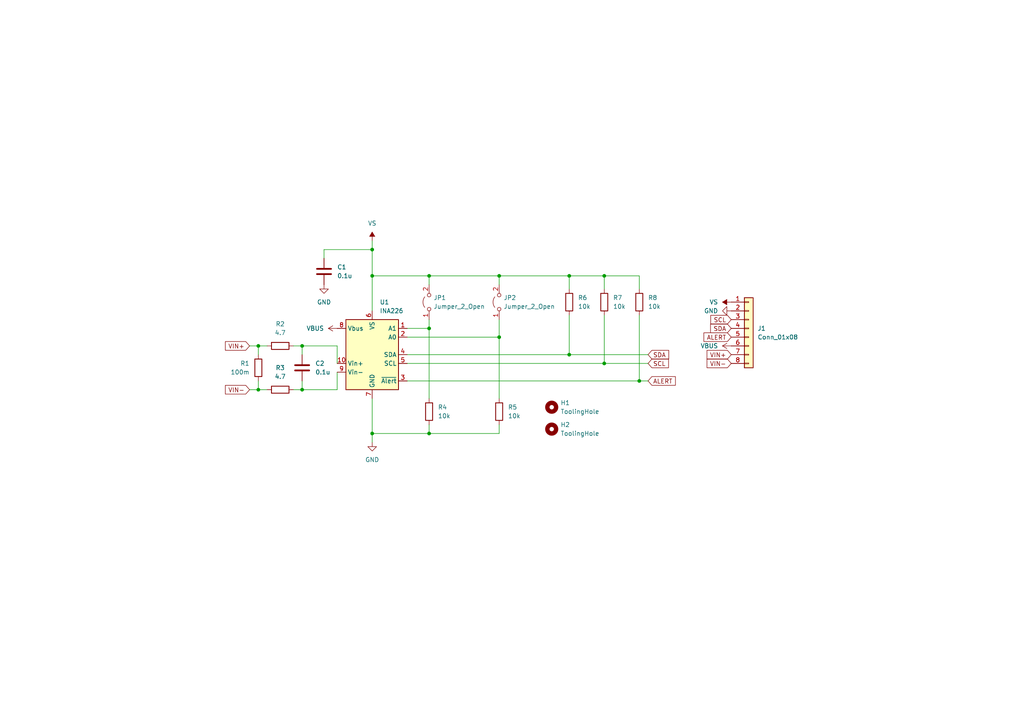
<source format=kicad_sch>
(kicad_sch (version 20230121) (generator eeschema)

  (uuid 47405f00-e087-4cb4-b76d-27a394d7c594)

  (paper "A4")

  (title_block
    (title "Ammeter")
  )

  (lib_symbols
    (symbol "Connector_Generic:Conn_01x08" (pin_names (offset 1.016) hide) (in_bom yes) (on_board yes)
      (property "Reference" "J" (at 0 10.16 0)
        (effects (font (size 1.27 1.27)))
      )
      (property "Value" "Conn_01x08" (at 0 -12.7 0)
        (effects (font (size 1.27 1.27)))
      )
      (property "Footprint" "" (at 0 0 0)
        (effects (font (size 1.27 1.27)) hide)
      )
      (property "Datasheet" "~" (at 0 0 0)
        (effects (font (size 1.27 1.27)) hide)
      )
      (property "ki_keywords" "connector" (at 0 0 0)
        (effects (font (size 1.27 1.27)) hide)
      )
      (property "ki_description" "Generic connector, single row, 01x08, script generated (kicad-library-utils/schlib/autogen/connector/)" (at 0 0 0)
        (effects (font (size 1.27 1.27)) hide)
      )
      (property "ki_fp_filters" "Connector*:*_1x??_*" (at 0 0 0)
        (effects (font (size 1.27 1.27)) hide)
      )
      (symbol "Conn_01x08_1_1"
        (rectangle (start -1.27 -10.033) (end 0 -10.287)
          (stroke (width 0.1524) (type default))
          (fill (type none))
        )
        (rectangle (start -1.27 -7.493) (end 0 -7.747)
          (stroke (width 0.1524) (type default))
          (fill (type none))
        )
        (rectangle (start -1.27 -4.953) (end 0 -5.207)
          (stroke (width 0.1524) (type default))
          (fill (type none))
        )
        (rectangle (start -1.27 -2.413) (end 0 -2.667)
          (stroke (width 0.1524) (type default))
          (fill (type none))
        )
        (rectangle (start -1.27 0.127) (end 0 -0.127)
          (stroke (width 0.1524) (type default))
          (fill (type none))
        )
        (rectangle (start -1.27 2.667) (end 0 2.413)
          (stroke (width 0.1524) (type default))
          (fill (type none))
        )
        (rectangle (start -1.27 5.207) (end 0 4.953)
          (stroke (width 0.1524) (type default))
          (fill (type none))
        )
        (rectangle (start -1.27 7.747) (end 0 7.493)
          (stroke (width 0.1524) (type default))
          (fill (type none))
        )
        (rectangle (start -1.27 8.89) (end 1.27 -11.43)
          (stroke (width 0.254) (type default))
          (fill (type background))
        )
        (pin passive line (at -5.08 7.62 0) (length 3.81)
          (name "Pin_1" (effects (font (size 1.27 1.27))))
          (number "1" (effects (font (size 1.27 1.27))))
        )
        (pin passive line (at -5.08 5.08 0) (length 3.81)
          (name "Pin_2" (effects (font (size 1.27 1.27))))
          (number "2" (effects (font (size 1.27 1.27))))
        )
        (pin passive line (at -5.08 2.54 0) (length 3.81)
          (name "Pin_3" (effects (font (size 1.27 1.27))))
          (number "3" (effects (font (size 1.27 1.27))))
        )
        (pin passive line (at -5.08 0 0) (length 3.81)
          (name "Pin_4" (effects (font (size 1.27 1.27))))
          (number "4" (effects (font (size 1.27 1.27))))
        )
        (pin passive line (at -5.08 -2.54 0) (length 3.81)
          (name "Pin_5" (effects (font (size 1.27 1.27))))
          (number "5" (effects (font (size 1.27 1.27))))
        )
        (pin passive line (at -5.08 -5.08 0) (length 3.81)
          (name "Pin_6" (effects (font (size 1.27 1.27))))
          (number "6" (effects (font (size 1.27 1.27))))
        )
        (pin passive line (at -5.08 -7.62 0) (length 3.81)
          (name "Pin_7" (effects (font (size 1.27 1.27))))
          (number "7" (effects (font (size 1.27 1.27))))
        )
        (pin passive line (at -5.08 -10.16 0) (length 3.81)
          (name "Pin_8" (effects (font (size 1.27 1.27))))
          (number "8" (effects (font (size 1.27 1.27))))
        )
      )
    )
    (symbol "Device:C" (pin_numbers hide) (pin_names (offset 0.254)) (in_bom yes) (on_board yes)
      (property "Reference" "C" (at 0.635 2.54 0)
        (effects (font (size 1.27 1.27)) (justify left))
      )
      (property "Value" "C" (at 0.635 -2.54 0)
        (effects (font (size 1.27 1.27)) (justify left))
      )
      (property "Footprint" "" (at 0.9652 -3.81 0)
        (effects (font (size 1.27 1.27)) hide)
      )
      (property "Datasheet" "~" (at 0 0 0)
        (effects (font (size 1.27 1.27)) hide)
      )
      (property "ki_keywords" "cap capacitor" (at 0 0 0)
        (effects (font (size 1.27 1.27)) hide)
      )
      (property "ki_description" "Unpolarized capacitor" (at 0 0 0)
        (effects (font (size 1.27 1.27)) hide)
      )
      (property "ki_fp_filters" "C_*" (at 0 0 0)
        (effects (font (size 1.27 1.27)) hide)
      )
      (symbol "C_0_1"
        (polyline
          (pts
            (xy -2.032 -0.762)
            (xy 2.032 -0.762)
          )
          (stroke (width 0.508) (type default))
          (fill (type none))
        )
        (polyline
          (pts
            (xy -2.032 0.762)
            (xy 2.032 0.762)
          )
          (stroke (width 0.508) (type default))
          (fill (type none))
        )
      )
      (symbol "C_1_1"
        (pin passive line (at 0 3.81 270) (length 2.794)
          (name "~" (effects (font (size 1.27 1.27))))
          (number "1" (effects (font (size 1.27 1.27))))
        )
        (pin passive line (at 0 -3.81 90) (length 2.794)
          (name "~" (effects (font (size 1.27 1.27))))
          (number "2" (effects (font (size 1.27 1.27))))
        )
      )
    )
    (symbol "Device:R" (pin_numbers hide) (pin_names (offset 0)) (in_bom yes) (on_board yes)
      (property "Reference" "R" (at 2.032 0 90)
        (effects (font (size 1.27 1.27)))
      )
      (property "Value" "R" (at 0 0 90)
        (effects (font (size 1.27 1.27)))
      )
      (property "Footprint" "" (at -1.778 0 90)
        (effects (font (size 1.27 1.27)) hide)
      )
      (property "Datasheet" "~" (at 0 0 0)
        (effects (font (size 1.27 1.27)) hide)
      )
      (property "ki_keywords" "R res resistor" (at 0 0 0)
        (effects (font (size 1.27 1.27)) hide)
      )
      (property "ki_description" "Resistor" (at 0 0 0)
        (effects (font (size 1.27 1.27)) hide)
      )
      (property "ki_fp_filters" "R_*" (at 0 0 0)
        (effects (font (size 1.27 1.27)) hide)
      )
      (symbol "R_0_1"
        (rectangle (start -1.016 -2.54) (end 1.016 2.54)
          (stroke (width 0.254) (type default))
          (fill (type none))
        )
      )
      (symbol "R_1_1"
        (pin passive line (at 0 3.81 270) (length 1.27)
          (name "~" (effects (font (size 1.27 1.27))))
          (number "1" (effects (font (size 1.27 1.27))))
        )
        (pin passive line (at 0 -3.81 90) (length 1.27)
          (name "~" (effects (font (size 1.27 1.27))))
          (number "2" (effects (font (size 1.27 1.27))))
        )
      )
    )
    (symbol "Jumper:Jumper_2_Open" (pin_names (offset 0) hide) (in_bom yes) (on_board yes)
      (property "Reference" "JP" (at 0 2.794 0)
        (effects (font (size 1.27 1.27)))
      )
      (property "Value" "Jumper_2_Open" (at 0 -2.286 0)
        (effects (font (size 1.27 1.27)))
      )
      (property "Footprint" "" (at 0 0 0)
        (effects (font (size 1.27 1.27)) hide)
      )
      (property "Datasheet" "~" (at 0 0 0)
        (effects (font (size 1.27 1.27)) hide)
      )
      (property "ki_keywords" "Jumper SPST" (at 0 0 0)
        (effects (font (size 1.27 1.27)) hide)
      )
      (property "ki_description" "Jumper, 2-pole, open" (at 0 0 0)
        (effects (font (size 1.27 1.27)) hide)
      )
      (property "ki_fp_filters" "Jumper* TestPoint*2Pads* TestPoint*Bridge*" (at 0 0 0)
        (effects (font (size 1.27 1.27)) hide)
      )
      (symbol "Jumper_2_Open_0_0"
        (circle (center -2.032 0) (radius 0.508)
          (stroke (width 0) (type default))
          (fill (type none))
        )
        (circle (center 2.032 0) (radius 0.508)
          (stroke (width 0) (type default))
          (fill (type none))
        )
      )
      (symbol "Jumper_2_Open_0_1"
        (arc (start 1.524 1.27) (mid 0 1.778) (end -1.524 1.27)
          (stroke (width 0) (type default))
          (fill (type none))
        )
      )
      (symbol "Jumper_2_Open_1_1"
        (pin passive line (at -5.08 0 0) (length 2.54)
          (name "A" (effects (font (size 1.27 1.27))))
          (number "1" (effects (font (size 1.27 1.27))))
        )
        (pin passive line (at 5.08 0 180) (length 2.54)
          (name "B" (effects (font (size 1.27 1.27))))
          (number "2" (effects (font (size 1.27 1.27))))
        )
      )
    )
    (symbol "Mechanical:MountingHole" (pin_names (offset 1.016)) (in_bom yes) (on_board yes)
      (property "Reference" "H" (at 0 5.08 0)
        (effects (font (size 1.27 1.27)))
      )
      (property "Value" "MountingHole" (at 0 3.175 0)
        (effects (font (size 1.27 1.27)))
      )
      (property "Footprint" "" (at 0 0 0)
        (effects (font (size 1.27 1.27)) hide)
      )
      (property "Datasheet" "~" (at 0 0 0)
        (effects (font (size 1.27 1.27)) hide)
      )
      (property "ki_keywords" "mounting hole" (at 0 0 0)
        (effects (font (size 1.27 1.27)) hide)
      )
      (property "ki_description" "Mounting Hole without connection" (at 0 0 0)
        (effects (font (size 1.27 1.27)) hide)
      )
      (property "ki_fp_filters" "MountingHole*" (at 0 0 0)
        (effects (font (size 1.27 1.27)) hide)
      )
      (symbol "MountingHole_0_1"
        (circle (center 0 0) (radius 1.27)
          (stroke (width 1.27) (type default))
          (fill (type none))
        )
      )
    )
    (symbol "Sensor_Energy:INA226" (in_bom yes) (on_board yes)
      (property "Reference" "U" (at -6.35 11.43 0)
        (effects (font (size 1.27 1.27)))
      )
      (property "Value" "INA226" (at 3.81 11.43 0)
        (effects (font (size 1.27 1.27)))
      )
      (property "Footprint" "Package_SO:VSSOP-10_3x3mm_P0.5mm" (at 20.32 -11.43 0)
        (effects (font (size 1.27 1.27)) hide)
      )
      (property "Datasheet" "http://www.ti.com/lit/ds/symlink/ina226.pdf" (at 8.89 -2.54 0)
        (effects (font (size 1.27 1.27)) hide)
      )
      (property "ki_keywords" "ADC I2C 16-Bit Oversampling Current Shunt" (at 0 0 0)
        (effects (font (size 1.27 1.27)) hide)
      )
      (property "ki_description" "High-Side or Low-Side Measurement, Bi-Directional Current and Power Monitor (0-36V) with I2C Compatible Interface, VSSOP-10" (at 0 0 0)
        (effects (font (size 1.27 1.27)) hide)
      )
      (property "ki_fp_filters" "VSSOP*3x3mm*P0.5mm*" (at 0 0 0)
        (effects (font (size 1.27 1.27)) hide)
      )
      (symbol "INA226_0_1"
        (rectangle (start 7.62 10.16) (end -7.62 -10.16)
          (stroke (width 0.254) (type default))
          (fill (type background))
        )
      )
      (symbol "INA226_1_1"
        (pin input line (at 10.16 7.62 180) (length 2.54)
          (name "A1" (effects (font (size 1.27 1.27))))
          (number "1" (effects (font (size 1.27 1.27))))
        )
        (pin input line (at -10.16 -2.54 0) (length 2.54)
          (name "Vin+" (effects (font (size 1.27 1.27))))
          (number "10" (effects (font (size 1.27 1.27))))
        )
        (pin input line (at 10.16 5.08 180) (length 2.54)
          (name "A0" (effects (font (size 1.27 1.27))))
          (number "2" (effects (font (size 1.27 1.27))))
        )
        (pin open_collector line (at 10.16 -7.62 180) (length 2.54)
          (name "~{Alert}" (effects (font (size 1.27 1.27))))
          (number "3" (effects (font (size 1.27 1.27))))
        )
        (pin bidirectional line (at 10.16 0 180) (length 2.54)
          (name "SDA" (effects (font (size 1.27 1.27))))
          (number "4" (effects (font (size 1.27 1.27))))
        )
        (pin input line (at 10.16 -2.54 180) (length 2.54)
          (name "SCL" (effects (font (size 1.27 1.27))))
          (number "5" (effects (font (size 1.27 1.27))))
        )
        (pin power_in line (at 0 12.7 270) (length 2.54)
          (name "VS" (effects (font (size 1.27 1.27))))
          (number "6" (effects (font (size 1.27 1.27))))
        )
        (pin power_in line (at 0 -12.7 90) (length 2.54)
          (name "GND" (effects (font (size 1.27 1.27))))
          (number "7" (effects (font (size 1.27 1.27))))
        )
        (pin input line (at -10.16 7.62 0) (length 2.54)
          (name "Vbus" (effects (font (size 1.27 1.27))))
          (number "8" (effects (font (size 1.27 1.27))))
        )
        (pin input line (at -10.16 -5.08 0) (length 2.54)
          (name "Vin-" (effects (font (size 1.27 1.27))))
          (number "9" (effects (font (size 1.27 1.27))))
        )
      )
    )
    (symbol "power:GND" (power) (pin_names (offset 0)) (in_bom yes) (on_board yes)
      (property "Reference" "#PWR" (at 0 -6.35 0)
        (effects (font (size 1.27 1.27)) hide)
      )
      (property "Value" "GND" (at 0 -3.81 0)
        (effects (font (size 1.27 1.27)))
      )
      (property "Footprint" "" (at 0 0 0)
        (effects (font (size 1.27 1.27)) hide)
      )
      (property "Datasheet" "" (at 0 0 0)
        (effects (font (size 1.27 1.27)) hide)
      )
      (property "ki_keywords" "global power" (at 0 0 0)
        (effects (font (size 1.27 1.27)) hide)
      )
      (property "ki_description" "Power symbol creates a global label with name \"GND\" , ground" (at 0 0 0)
        (effects (font (size 1.27 1.27)) hide)
      )
      (symbol "GND_0_1"
        (polyline
          (pts
            (xy 0 0)
            (xy 0 -1.27)
            (xy 1.27 -1.27)
            (xy 0 -2.54)
            (xy -1.27 -1.27)
            (xy 0 -1.27)
          )
          (stroke (width 0) (type default))
          (fill (type none))
        )
      )
      (symbol "GND_1_1"
        (pin power_in line (at 0 0 270) (length 0) hide
          (name "GND" (effects (font (size 1.27 1.27))))
          (number "1" (effects (font (size 1.27 1.27))))
        )
      )
    )
    (symbol "power:VBUS" (power) (pin_names (offset 0)) (in_bom yes) (on_board yes)
      (property "Reference" "#PWR" (at 0 -3.81 0)
        (effects (font (size 1.27 1.27)) hide)
      )
      (property "Value" "VBUS" (at 0 3.81 0)
        (effects (font (size 1.27 1.27)))
      )
      (property "Footprint" "" (at 0 0 0)
        (effects (font (size 1.27 1.27)) hide)
      )
      (property "Datasheet" "" (at 0 0 0)
        (effects (font (size 1.27 1.27)) hide)
      )
      (property "ki_keywords" "global power" (at 0 0 0)
        (effects (font (size 1.27 1.27)) hide)
      )
      (property "ki_description" "Power symbol creates a global label with name \"VBUS\"" (at 0 0 0)
        (effects (font (size 1.27 1.27)) hide)
      )
      (symbol "VBUS_0_1"
        (polyline
          (pts
            (xy -0.762 1.27)
            (xy 0 2.54)
          )
          (stroke (width 0) (type default))
          (fill (type none))
        )
        (polyline
          (pts
            (xy 0 0)
            (xy 0 2.54)
          )
          (stroke (width 0) (type default))
          (fill (type none))
        )
        (polyline
          (pts
            (xy 0 2.54)
            (xy 0.762 1.27)
          )
          (stroke (width 0) (type default))
          (fill (type none))
        )
      )
      (symbol "VBUS_1_1"
        (pin power_in line (at 0 0 90) (length 0) hide
          (name "VBUS" (effects (font (size 1.27 1.27))))
          (number "1" (effects (font (size 1.27 1.27))))
        )
      )
    )
    (symbol "power:VS" (power) (pin_names (offset 0)) (in_bom yes) (on_board yes)
      (property "Reference" "#PWR" (at -5.08 -3.81 0)
        (effects (font (size 1.27 1.27)) hide)
      )
      (property "Value" "VS" (at 0 3.81 0)
        (effects (font (size 1.27 1.27)))
      )
      (property "Footprint" "" (at 0 0 0)
        (effects (font (size 1.27 1.27)) hide)
      )
      (property "Datasheet" "" (at 0 0 0)
        (effects (font (size 1.27 1.27)) hide)
      )
      (property "ki_keywords" "global power" (at 0 0 0)
        (effects (font (size 1.27 1.27)) hide)
      )
      (property "ki_description" "Power symbol creates a global label with name \"VS\"" (at 0 0 0)
        (effects (font (size 1.27 1.27)) hide)
      )
      (symbol "VS_0_1"
        (polyline
          (pts
            (xy 0 0)
            (xy 0 2.54)
          )
          (stroke (width 0) (type default))
          (fill (type none))
        )
        (polyline
          (pts
            (xy 0.762 1.27)
            (xy -0.762 1.27)
            (xy 0 2.54)
            (xy 0.762 1.27)
          )
          (stroke (width 0) (type default))
          (fill (type outline))
        )
      )
      (symbol "VS_1_1"
        (pin power_in line (at 0 0 90) (length 0) hide
          (name "VS" (effects (font (size 1.27 1.27))))
          (number "1" (effects (font (size 1.27 1.27))))
        )
      )
    )
  )

  (junction (at 165.1 80.01) (diameter 0) (color 0 0 0 0)
    (uuid 0cff2ade-0aab-4ef7-a8c8-57ecd35829b2)
  )
  (junction (at 87.63 100.33) (diameter 0) (color 0 0 0 0)
    (uuid 1f676479-c7a2-4f9e-924a-64845a7976c9)
  )
  (junction (at 185.42 110.49) (diameter 0) (color 0 0 0 0)
    (uuid 3a32d929-d7a7-4202-aab9-44467425f79f)
  )
  (junction (at 74.93 113.03) (diameter 0) (color 0 0 0 0)
    (uuid 56665944-720e-46c7-94bc-c290b643160b)
  )
  (junction (at 124.46 125.73) (diameter 0) (color 0 0 0 0)
    (uuid 75f68f48-9eda-4e7c-afa3-2dd1499feb93)
  )
  (junction (at 124.46 95.25) (diameter 0) (color 0 0 0 0)
    (uuid 767a41cf-9b6c-4feb-a89c-5378cd281ee1)
  )
  (junction (at 144.78 97.79) (diameter 0) (color 0 0 0 0)
    (uuid 7e837e1e-2518-4be0-a28c-2e0568411059)
  )
  (junction (at 175.26 80.01) (diameter 0) (color 0 0 0 0)
    (uuid 7f771cb5-f0a3-441e-9f93-eb6f67e94e66)
  )
  (junction (at 107.95 125.73) (diameter 0) (color 0 0 0 0)
    (uuid 880f75a4-88fd-4076-8233-ad1d46f0af14)
  )
  (junction (at 124.46 80.01) (diameter 0) (color 0 0 0 0)
    (uuid 8d954e51-1bc5-4f93-b513-2ad65ab49279)
  )
  (junction (at 107.95 72.39) (diameter 0) (color 0 0 0 0)
    (uuid 91db24cb-eca3-465b-a991-d2c6fd56730f)
  )
  (junction (at 175.26 105.41) (diameter 0) (color 0 0 0 0)
    (uuid a7b048c5-ef1d-4433-9891-ea2bde48c769)
  )
  (junction (at 87.63 113.03) (diameter 0) (color 0 0 0 0)
    (uuid c784ec52-1a79-4945-9a94-e50fc8775219)
  )
  (junction (at 165.1 102.87) (diameter 0) (color 0 0 0 0)
    (uuid cca9210c-5581-4937-b7ec-91a12d319841)
  )
  (junction (at 107.95 80.01) (diameter 0) (color 0 0 0 0)
    (uuid e291d785-dcb1-4b8b-85c0-92b4c4403645)
  )
  (junction (at 144.78 80.01) (diameter 0) (color 0 0 0 0)
    (uuid e5963596-8e11-4840-b582-31b1cc0bec09)
  )
  (junction (at 74.93 100.33) (diameter 0) (color 0 0 0 0)
    (uuid f0f464e8-ee3d-4b90-83b3-b08e3471da94)
  )

  (wire (pts (xy 124.46 125.73) (xy 124.46 123.19))
    (stroke (width 0) (type default))
    (uuid 1147f864-eb2a-4de7-9388-0e69c25a5c63)
  )
  (wire (pts (xy 107.95 125.73) (xy 124.46 125.73))
    (stroke (width 0) (type default))
    (uuid 15f434de-5449-4630-bd02-71dce2889527)
  )
  (wire (pts (xy 74.93 113.03) (xy 77.47 113.03))
    (stroke (width 0) (type default))
    (uuid 203252b3-7885-476e-b332-781ce8200991)
  )
  (wire (pts (xy 144.78 80.01) (xy 165.1 80.01))
    (stroke (width 0) (type default))
    (uuid 20ae99ec-4a58-48b4-bba6-a3ec629ac792)
  )
  (wire (pts (xy 124.46 95.25) (xy 124.46 92.71))
    (stroke (width 0) (type default))
    (uuid 2cf16342-197a-4274-9b02-bd4ddaaa7057)
  )
  (wire (pts (xy 107.95 115.57) (xy 107.95 125.73))
    (stroke (width 0) (type default))
    (uuid 3da159db-9996-4e00-ab31-5e51f7209875)
  )
  (wire (pts (xy 97.79 100.33) (xy 97.79 105.41))
    (stroke (width 0) (type default))
    (uuid 423a6bd7-dcd1-4f20-8803-66fde2f8b3f6)
  )
  (wire (pts (xy 175.26 80.01) (xy 175.26 83.82))
    (stroke (width 0) (type default))
    (uuid 446eba59-6dc9-4340-82ea-def8a17e9056)
  )
  (wire (pts (xy 72.39 100.33) (xy 74.93 100.33))
    (stroke (width 0) (type default))
    (uuid 4b4640c5-b675-40e3-8e3f-52765bf55dea)
  )
  (wire (pts (xy 144.78 123.19) (xy 144.78 125.73))
    (stroke (width 0) (type default))
    (uuid 5117761a-761f-4f11-aa69-b2c63c7c6cfd)
  )
  (wire (pts (xy 107.95 69.85) (xy 107.95 72.39))
    (stroke (width 0) (type default))
    (uuid 5af883e7-e455-4733-8042-225c5cca5e02)
  )
  (wire (pts (xy 144.78 97.79) (xy 144.78 92.71))
    (stroke (width 0) (type default))
    (uuid 6071a581-1513-4cf1-969b-f27e05142bd4)
  )
  (wire (pts (xy 165.1 80.01) (xy 175.26 80.01))
    (stroke (width 0) (type default))
    (uuid 69eb8c61-02cf-461a-9edb-710a450ce911)
  )
  (wire (pts (xy 175.26 105.41) (xy 187.96 105.41))
    (stroke (width 0) (type default))
    (uuid 69f7ddab-5595-4561-be95-12dbeeac5d07)
  )
  (wire (pts (xy 118.11 102.87) (xy 165.1 102.87))
    (stroke (width 0) (type default))
    (uuid 6d9adc19-7c46-44b5-999c-1b5496443c6a)
  )
  (wire (pts (xy 144.78 80.01) (xy 144.78 82.55))
    (stroke (width 0) (type default))
    (uuid 78311b01-a977-4cde-bb90-5451595fb07d)
  )
  (wire (pts (xy 85.09 113.03) (xy 87.63 113.03))
    (stroke (width 0) (type default))
    (uuid 8b796409-2377-4f77-9b91-28797cf3bc57)
  )
  (wire (pts (xy 87.63 113.03) (xy 97.79 113.03))
    (stroke (width 0) (type default))
    (uuid 9048f3c5-1e8c-4c41-9229-88d6b1ec6668)
  )
  (wire (pts (xy 118.11 105.41) (xy 175.26 105.41))
    (stroke (width 0) (type default))
    (uuid 9129a611-f65c-4e6f-9651-a62d38d788a7)
  )
  (wire (pts (xy 124.46 95.25) (xy 124.46 115.57))
    (stroke (width 0) (type default))
    (uuid 9d26d122-b86c-4b2c-ade5-4730be4dbe10)
  )
  (wire (pts (xy 87.63 100.33) (xy 97.79 100.33))
    (stroke (width 0) (type default))
    (uuid 9dcb2809-24ac-4a40-bde0-9e230d2b91bf)
  )
  (wire (pts (xy 165.1 102.87) (xy 187.96 102.87))
    (stroke (width 0) (type default))
    (uuid a033701d-1c2c-4bfc-bddc-41e630f87ae2)
  )
  (wire (pts (xy 97.79 107.95) (xy 97.79 113.03))
    (stroke (width 0) (type default))
    (uuid a15ab071-9793-4213-8aba-3e4f58327979)
  )
  (wire (pts (xy 107.95 128.27) (xy 107.95 125.73))
    (stroke (width 0) (type default))
    (uuid a319bb28-edb7-4f8a-9d31-4b666716eab7)
  )
  (wire (pts (xy 144.78 97.79) (xy 144.78 115.57))
    (stroke (width 0) (type default))
    (uuid a3651223-ae22-4e54-b130-ead83976d18d)
  )
  (wire (pts (xy 107.95 80.01) (xy 124.46 80.01))
    (stroke (width 0) (type default))
    (uuid b12f738e-f84f-426f-a273-73bf7d21536d)
  )
  (wire (pts (xy 85.09 100.33) (xy 87.63 100.33))
    (stroke (width 0) (type default))
    (uuid b26065b4-8bbe-42b3-acdc-324885ee5d35)
  )
  (wire (pts (xy 175.26 105.41) (xy 175.26 91.44))
    (stroke (width 0) (type default))
    (uuid b417cc4a-3718-4ade-8058-1182f5832363)
  )
  (wire (pts (xy 74.93 100.33) (xy 74.93 102.87))
    (stroke (width 0) (type default))
    (uuid bd76b341-8948-48e5-b708-4081d76cbb57)
  )
  (wire (pts (xy 93.98 72.39) (xy 107.95 72.39))
    (stroke (width 0) (type default))
    (uuid bf6b23d5-d7d8-42ed-87b6-8eb0626a0eeb)
  )
  (wire (pts (xy 185.42 110.49) (xy 187.96 110.49))
    (stroke (width 0) (type default))
    (uuid c3ea835c-c50e-405f-80a2-0e6abbe49061)
  )
  (wire (pts (xy 87.63 110.49) (xy 87.63 113.03))
    (stroke (width 0) (type default))
    (uuid c4824851-5057-46b3-a0da-3e56d8333d50)
  )
  (wire (pts (xy 107.95 80.01) (xy 107.95 90.17))
    (stroke (width 0) (type default))
    (uuid c5ebde15-d65e-4b0b-970d-2c6455ffa241)
  )
  (wire (pts (xy 118.11 95.25) (xy 124.46 95.25))
    (stroke (width 0) (type default))
    (uuid c6d7f974-1768-4b42-8394-e24ab28975b2)
  )
  (wire (pts (xy 72.39 113.03) (xy 74.93 113.03))
    (stroke (width 0) (type default))
    (uuid c95f938e-846b-473c-8f23-df2119c20e7e)
  )
  (wire (pts (xy 87.63 100.33) (xy 87.63 102.87))
    (stroke (width 0) (type default))
    (uuid c9867427-ce76-4e00-8be7-ec6488b85eb4)
  )
  (wire (pts (xy 124.46 80.01) (xy 124.46 82.55))
    (stroke (width 0) (type default))
    (uuid c9bb95eb-711d-4897-81d8-8f1801e03d0e)
  )
  (wire (pts (xy 77.47 100.33) (xy 74.93 100.33))
    (stroke (width 0) (type default))
    (uuid d0c7bb1a-29d0-4a40-8c43-bf11f73e9b58)
  )
  (wire (pts (xy 118.11 110.49) (xy 185.42 110.49))
    (stroke (width 0) (type default))
    (uuid d38f0fae-0ff6-41f7-b9af-0b8de25ede5c)
  )
  (wire (pts (xy 185.42 80.01) (xy 185.42 83.82))
    (stroke (width 0) (type default))
    (uuid d79375a1-a201-4b21-8c48-bb4e69c6812e)
  )
  (wire (pts (xy 118.11 97.79) (xy 144.78 97.79))
    (stroke (width 0) (type default))
    (uuid ec23bb5d-9e8e-4b43-8505-cfb10e31fb18)
  )
  (wire (pts (xy 144.78 125.73) (xy 124.46 125.73))
    (stroke (width 0) (type default))
    (uuid f0eb58a1-61c7-451b-a14e-1d3d92f7969a)
  )
  (wire (pts (xy 175.26 80.01) (xy 185.42 80.01))
    (stroke (width 0) (type default))
    (uuid f276d9c4-6584-4e30-b391-465fdf9d31f1)
  )
  (wire (pts (xy 93.98 72.39) (xy 93.98 74.93))
    (stroke (width 0) (type default))
    (uuid f2c551a4-61d6-4dc0-831b-47e9c4a5b1ec)
  )
  (wire (pts (xy 165.1 80.01) (xy 165.1 83.82))
    (stroke (width 0) (type default))
    (uuid f3bce452-41ce-48f3-9756-c48c31eb76bc)
  )
  (wire (pts (xy 185.42 110.49) (xy 185.42 91.44))
    (stroke (width 0) (type default))
    (uuid f3e00afc-540d-4d2d-ac29-f250a4265749)
  )
  (wire (pts (xy 74.93 110.49) (xy 74.93 113.03))
    (stroke (width 0) (type default))
    (uuid f728b155-1a14-46a1-9305-861985e515d5)
  )
  (wire (pts (xy 107.95 72.39) (xy 107.95 80.01))
    (stroke (width 0) (type default))
    (uuid f75ce63f-2242-454e-aaea-db7432b57bb0)
  )
  (wire (pts (xy 165.1 102.87) (xy 165.1 91.44))
    (stroke (width 0) (type default))
    (uuid fe360e38-9aa9-4ed5-96ae-e40d1b631dd4)
  )
  (wire (pts (xy 124.46 80.01) (xy 144.78 80.01))
    (stroke (width 0) (type default))
    (uuid fe7f1bc7-e356-4f9c-b4c2-b5b53b6b6e92)
  )

  (global_label "VIN+" (shape input) (at 212.09 102.87 180) (fields_autoplaced)
    (effects (font (size 1.27 1.27)) (justify right))
    (uuid 182f94c1-1545-4154-ad04-b03b35607193)
    (property "Intersheetrefs" "${INTERSHEET_REFS}" (at 204.5085 102.87 0)
      (effects (font (size 1.27 1.27)) (justify right) hide)
    )
  )
  (global_label "VIN+" (shape input) (at 72.39 100.33 180) (fields_autoplaced)
    (effects (font (size 1.27 1.27)) (justify right))
    (uuid 2f410f2c-b1a5-4eef-8e6b-945e0be3e018)
    (property "Intersheetrefs" "${INTERSHEET_REFS}" (at 64.8085 100.33 0)
      (effects (font (size 1.27 1.27)) (justify right) hide)
    )
  )
  (global_label "SCL" (shape input) (at 187.96 105.41 0) (fields_autoplaced)
    (effects (font (size 1.27 1.27)) (justify left))
    (uuid 3e97130f-d64a-437d-b7aa-87b7a1483fb9)
    (property "Intersheetrefs" "${INTERSHEET_REFS}" (at 194.4528 105.41 0)
      (effects (font (size 1.27 1.27)) (justify left) hide)
    )
  )
  (global_label "SCL" (shape input) (at 212.09 92.71 180) (fields_autoplaced)
    (effects (font (size 1.27 1.27)) (justify right))
    (uuid 76a0e531-3b0a-4579-b3b2-33e376ff95c4)
    (property "Intersheetrefs" "${INTERSHEET_REFS}" (at 205.5972 92.71 0)
      (effects (font (size 1.27 1.27)) (justify right) hide)
    )
  )
  (global_label "VIN-" (shape input) (at 72.39 113.03 180) (fields_autoplaced)
    (effects (font (size 1.27 1.27)) (justify right))
    (uuid 8b53ab17-66a3-4fc9-80b2-a38db889c7ab)
    (property "Intersheetrefs" "${INTERSHEET_REFS}" (at 64.8085 113.03 0)
      (effects (font (size 1.27 1.27)) (justify right) hide)
    )
  )
  (global_label "ALERT" (shape input) (at 187.96 110.49 0) (fields_autoplaced)
    (effects (font (size 1.27 1.27)) (justify left))
    (uuid 90b8197c-0965-481f-813a-72f2e38e56fc)
    (property "Intersheetrefs" "${INTERSHEET_REFS}" (at 196.4485 110.49 0)
      (effects (font (size 1.27 1.27)) (justify left) hide)
    )
  )
  (global_label "ALERT" (shape input) (at 212.09 97.79 180) (fields_autoplaced)
    (effects (font (size 1.27 1.27)) (justify right))
    (uuid db35bc33-51dd-45c7-8478-4c4cc81229a6)
    (property "Intersheetrefs" "${INTERSHEET_REFS}" (at 203.6015 97.79 0)
      (effects (font (size 1.27 1.27)) (justify right) hide)
    )
  )
  (global_label "SDA" (shape input) (at 187.96 102.87 0) (fields_autoplaced)
    (effects (font (size 1.27 1.27)) (justify left))
    (uuid e3a42871-eb73-4127-a8bb-3fe8e43afe56)
    (property "Intersheetrefs" "${INTERSHEET_REFS}" (at 194.5133 102.87 0)
      (effects (font (size 1.27 1.27)) (justify left) hide)
    )
  )
  (global_label "VIN-" (shape input) (at 212.09 105.41 180) (fields_autoplaced)
    (effects (font (size 1.27 1.27)) (justify right))
    (uuid ecc2da8c-0a3d-4106-91f2-e896150c844b)
    (property "Intersheetrefs" "${INTERSHEET_REFS}" (at 204.5085 105.41 0)
      (effects (font (size 1.27 1.27)) (justify right) hide)
    )
  )
  (global_label "SDA" (shape input) (at 212.09 95.25 180) (fields_autoplaced)
    (effects (font (size 1.27 1.27)) (justify right))
    (uuid fbcf572c-cf9f-429b-8532-de463a6231a8)
    (property "Intersheetrefs" "${INTERSHEET_REFS}" (at 205.5367 95.25 0)
      (effects (font (size 1.27 1.27)) (justify right) hide)
    )
  )

  (symbol (lib_id "Device:C") (at 93.98 78.74 0) (unit 1)
    (in_bom yes) (on_board yes) (dnp no) (fields_autoplaced)
    (uuid 0c28d794-bddd-4ba4-805d-7ab3f9e66b2c)
    (property "Reference" "C1" (at 97.79 77.47 0)
      (effects (font (size 1.27 1.27)) (justify left))
    )
    (property "Value" "0.1u" (at 97.79 80.01 0)
      (effects (font (size 1.27 1.27)) (justify left))
    )
    (property "Footprint" "Capacitor_SMD:C_0402_1005Metric" (at 94.9452 82.55 0)
      (effects (font (size 1.27 1.27)) hide)
    )
    (property "Datasheet" "https://datasheet.lcsc.com/lcsc/2304140030_Samsung-Electro-Mechanics-CL05B104KO5NNNC_C1525.pdf" (at 93.98 78.74 0)
      (effects (font (size 1.27 1.27)) hide)
    )
    (property "LCSC" "C1525" (at 93.98 78.74 0)
      (effects (font (size 1.27 1.27)) hide)
    )
    (pin "1" (uuid 16363207-6883-48c5-bc9c-01910dd24a48))
    (pin "2" (uuid 83f6db39-7085-4b24-8648-40140677aa2f))
    (instances
      (project "Ammeter"
        (path "/47405f00-e087-4cb4-b76d-27a394d7c594"
          (reference "C1") (unit 1)
        )
      )
    )
  )

  (symbol (lib_id "Jumper:Jumper_2_Open") (at 144.78 87.63 90) (unit 1)
    (in_bom no) (on_board yes) (dnp no) (fields_autoplaced)
    (uuid 1e56709b-c9e9-4ec3-8191-f8e65223f303)
    (property "Reference" "JP2" (at 146.05 86.36 90)
      (effects (font (size 1.27 1.27)) (justify right))
    )
    (property "Value" "Jumper_2_Open" (at 146.05 88.9 90)
      (effects (font (size 1.27 1.27)) (justify right))
    )
    (property "Footprint" "Jumper:SolderJumper-2_P1.3mm_Open_RoundedPad1.0x1.5mm" (at 144.78 87.63 0)
      (effects (font (size 1.27 1.27)) hide)
    )
    (property "Datasheet" "~" (at 144.78 87.63 0)
      (effects (font (size 1.27 1.27)) hide)
    )
    (pin "1" (uuid bfa8b434-1e5d-4f34-8726-8fb94f27fa8b))
    (pin "2" (uuid 607a1e36-4940-41e7-8b40-d33017e46250))
    (instances
      (project "Ammeter"
        (path "/47405f00-e087-4cb4-b76d-27a394d7c594"
          (reference "JP2") (unit 1)
        )
      )
    )
  )

  (symbol (lib_id "Device:R") (at 165.1 87.63 0) (unit 1)
    (in_bom yes) (on_board yes) (dnp no) (fields_autoplaced)
    (uuid 22acb703-0c58-4cd9-a0ea-86c070b7d527)
    (property "Reference" "R6" (at 167.64 86.36 0)
      (effects (font (size 1.27 1.27)) (justify left))
    )
    (property "Value" "10k" (at 167.64 88.9 0)
      (effects (font (size 1.27 1.27)) (justify left))
    )
    (property "Footprint" "Resistor_SMD:R_0402_1005Metric" (at 163.322 87.63 90)
      (effects (font (size 1.27 1.27)) hide)
    )
    (property "Datasheet" "https://datasheet.lcsc.com/lcsc/2206010100_UNI-ROYAL-Uniroyal-Elec-0402WGF1002TCE_C25744.pdf" (at 165.1 87.63 0)
      (effects (font (size 1.27 1.27)) hide)
    )
    (property "LCSC" "C25744" (at 165.1 87.63 0)
      (effects (font (size 1.27 1.27)) hide)
    )
    (pin "1" (uuid 1934b228-c45c-44ab-881d-f4863e06336b))
    (pin "2" (uuid e12ccd6e-05b5-486c-a10d-bffd5353ea7e))
    (instances
      (project "Ammeter"
        (path "/47405f00-e087-4cb4-b76d-27a394d7c594"
          (reference "R6") (unit 1)
        )
      )
    )
  )

  (symbol (lib_id "power:VBUS") (at 97.79 95.25 90) (unit 1)
    (in_bom yes) (on_board yes) (dnp no) (fields_autoplaced)
    (uuid 34bdb2e2-5899-4216-9f74-565b8a9230f2)
    (property "Reference" "#PWR02" (at 101.6 95.25 0)
      (effects (font (size 1.27 1.27)) hide)
    )
    (property "Value" "VBUS" (at 93.98 95.25 90)
      (effects (font (size 1.27 1.27)) (justify left))
    )
    (property "Footprint" "" (at 97.79 95.25 0)
      (effects (font (size 1.27 1.27)) hide)
    )
    (property "Datasheet" "" (at 97.79 95.25 0)
      (effects (font (size 1.27 1.27)) hide)
    )
    (pin "1" (uuid a4b2d91d-4dca-42ee-8874-137e0c26094e))
    (instances
      (project "Ammeter"
        (path "/47405f00-e087-4cb4-b76d-27a394d7c594"
          (reference "#PWR02") (unit 1)
        )
      )
    )
  )

  (symbol (lib_id "Device:R") (at 175.26 87.63 0) (unit 1)
    (in_bom yes) (on_board yes) (dnp no) (fields_autoplaced)
    (uuid 4bc8db16-ef50-42f1-9dae-e48ff2fce1dd)
    (property "Reference" "R7" (at 177.8 86.36 0)
      (effects (font (size 1.27 1.27)) (justify left))
    )
    (property "Value" "10k" (at 177.8 88.9 0)
      (effects (font (size 1.27 1.27)) (justify left))
    )
    (property "Footprint" "Resistor_SMD:R_0402_1005Metric" (at 173.482 87.63 90)
      (effects (font (size 1.27 1.27)) hide)
    )
    (property "Datasheet" "https://datasheet.lcsc.com/lcsc/2206010100_UNI-ROYAL-Uniroyal-Elec-0402WGF1002TCE_C25744.pdf" (at 175.26 87.63 0)
      (effects (font (size 1.27 1.27)) hide)
    )
    (property "LCSC" "C25744" (at 175.26 87.63 0)
      (effects (font (size 1.27 1.27)) hide)
    )
    (pin "1" (uuid 5ae405be-6396-4cfe-8856-e6d42915e37b))
    (pin "2" (uuid bffbfda5-3342-486f-9ede-f307bc4efac2))
    (instances
      (project "Ammeter"
        (path "/47405f00-e087-4cb4-b76d-27a394d7c594"
          (reference "R7") (unit 1)
        )
      )
    )
  )

  (symbol (lib_id "Sensor_Energy:INA226") (at 107.95 102.87 0) (unit 1)
    (in_bom yes) (on_board yes) (dnp no) (fields_autoplaced)
    (uuid 5a940e46-105d-4a35-ab12-fad7fb58df38)
    (property "Reference" "U1" (at 110.1441 87.63 0)
      (effects (font (size 1.27 1.27)) (justify left))
    )
    (property "Value" "INA226" (at 110.1441 90.17 0)
      (effects (font (size 1.27 1.27)) (justify left))
    )
    (property "Footprint" "Package_SO:VSSOP-10_3x3mm_P0.5mm" (at 128.27 114.3 0)
      (effects (font (size 1.27 1.27)) hide)
    )
    (property "Datasheet" "http://www.ti.com/lit/ds/symlink/ina226.pdf" (at 116.84 105.41 0)
      (effects (font (size 1.27 1.27)) hide)
    )
    (property "LCSC" "C49851" (at 107.95 102.87 0)
      (effects (font (size 1.27 1.27)) hide)
    )
    (property "JLCPCB Rotation Offset" "-90" (at 107.95 102.87 0)
      (effects (font (size 1.27 1.27)) hide)
    )
    (pin "1" (uuid 95d26815-3f8b-408c-a0cd-9d7bba767ae2))
    (pin "10" (uuid db489609-de79-4db2-81e7-6d774e0b2113))
    (pin "2" (uuid 53a062c3-5fa3-4cc9-8334-b84092975dc6))
    (pin "3" (uuid eb1e17ef-ae83-4aef-8357-89a0bf0cfe71))
    (pin "4" (uuid 8876934b-fa46-4712-8f5a-8e9a4e8a84c2))
    (pin "5" (uuid 5929d6c1-e7a5-4de9-bd08-c70c586f8f6f))
    (pin "6" (uuid 7ed3ed07-7597-427e-8625-d84d0c44ac80))
    (pin "7" (uuid ec624f41-3a9b-4854-bea4-5407407a977d))
    (pin "8" (uuid a38821a1-6d48-4b8a-a171-3f044488f8f0))
    (pin "9" (uuid 68e55897-1c56-4aa1-8688-71ff2a80702e))
    (instances
      (project "Ammeter"
        (path "/47405f00-e087-4cb4-b76d-27a394d7c594"
          (reference "U1") (unit 1)
        )
      )
    )
  )

  (symbol (lib_id "Device:R") (at 81.28 113.03 90) (unit 1)
    (in_bom yes) (on_board yes) (dnp no) (fields_autoplaced)
    (uuid 5d5b7391-f857-42fe-9e48-c41d7f1ded6b)
    (property "Reference" "R3" (at 81.28 106.68 90)
      (effects (font (size 1.27 1.27)))
    )
    (property "Value" "4.7" (at 81.28 109.22 90)
      (effects (font (size 1.27 1.27)))
    )
    (property "Footprint" "Resistor_SMD:R_0603_1608Metric" (at 81.28 114.808 90)
      (effects (font (size 1.27 1.27)) hide)
    )
    (property "Datasheet" "https://datasheet.lcsc.com/lcsc/2206010116_UNI-ROYAL-Uniroyal-Elec-0603WAF470KT5E_C23164.pdf" (at 81.28 113.03 0)
      (effects (font (size 1.27 1.27)) hide)
    )
    (property "LCSC" "C23164" (at 81.28 113.03 0)
      (effects (font (size 1.27 1.27)) hide)
    )
    (pin "1" (uuid 44f87241-3b07-4fe6-bb7d-52ec0100a72e))
    (pin "2" (uuid a84687be-ca74-4f67-8548-b9f80ab1df6c))
    (instances
      (project "Ammeter"
        (path "/47405f00-e087-4cb4-b76d-27a394d7c594"
          (reference "R3") (unit 1)
        )
      )
    )
  )

  (symbol (lib_id "Connector_Generic:Conn_01x08") (at 217.17 95.25 0) (unit 1)
    (in_bom yes) (on_board yes) (dnp no) (fields_autoplaced)
    (uuid 65f1e6fe-7aad-4be2-9ac0-ce594eb1f518)
    (property "Reference" "J1" (at 219.71 95.25 0)
      (effects (font (size 1.27 1.27)) (justify left))
    )
    (property "Value" "Conn_01x08" (at 219.71 97.79 0)
      (effects (font (size 1.27 1.27)) (justify left))
    )
    (property "Footprint" "Connector_PinHeader_2.54mm:PinHeader_1x08_P2.54mm_Vertical" (at 217.17 95.25 0)
      (effects (font (size 1.27 1.27)) hide)
    )
    (property "Datasheet" "~" (at 217.17 95.25 0)
      (effects (font (size 1.27 1.27)) hide)
    )
    (pin "1" (uuid 6cf61a3e-36e0-4c00-8391-959d57abd6ea))
    (pin "2" (uuid 40b58b29-0c7f-4135-af65-e27714e50bde))
    (pin "3" (uuid 55bf8fcb-3cd6-4408-b197-649a052e4b55))
    (pin "4" (uuid 6c8d7e4f-6322-48dc-a431-626a70e51398))
    (pin "5" (uuid d0e8915b-a0be-441a-b055-751eda8bffb5))
    (pin "6" (uuid d39ff0a2-3654-4876-96ea-123d3a1c0598))
    (pin "7" (uuid 6c8e319c-2eb0-4b20-9cda-f77e65f970cf))
    (pin "8" (uuid 8032baa3-d2c5-4e91-8959-f9594e967e0b))
    (instances
      (project "Ammeter"
        (path "/47405f00-e087-4cb4-b76d-27a394d7c594"
          (reference "J1") (unit 1)
        )
      )
    )
  )

  (symbol (lib_id "Mechanical:MountingHole") (at 160.02 124.46 0) (unit 1)
    (in_bom yes) (on_board yes) (dnp no) (fields_autoplaced)
    (uuid 6f3ed8dc-87b2-42b4-b94c-549afa916067)
    (property "Reference" "H2" (at 162.56 123.19 0)
      (effects (font (size 1.27 1.27)) (justify left))
    )
    (property "Value" "ToolingHole" (at 162.56 125.73 0)
      (effects (font (size 1.27 1.27)) (justify left))
    )
    (property "Footprint" "Tooling_Hole:Tooling_Hole" (at 160.02 124.46 0)
      (effects (font (size 1.27 1.27)) hide)
    )
    (property "Datasheet" "~" (at 160.02 124.46 0)
      (effects (font (size 1.27 1.27)) hide)
    )
    (instances
      (project "Ammeter"
        (path "/47405f00-e087-4cb4-b76d-27a394d7c594"
          (reference "H2") (unit 1)
        )
      )
    )
  )

  (symbol (lib_id "Mechanical:MountingHole") (at 160.02 118.11 0) (unit 1)
    (in_bom yes) (on_board yes) (dnp no) (fields_autoplaced)
    (uuid 78550271-7415-4030-be91-30f7ffc443e1)
    (property "Reference" "H1" (at 162.56 116.84 0)
      (effects (font (size 1.27 1.27)) (justify left))
    )
    (property "Value" "ToolingHole" (at 162.56 119.38 0)
      (effects (font (size 1.27 1.27)) (justify left))
    )
    (property "Footprint" "Tooling_Hole:Tooling_Hole" (at 160.02 118.11 0)
      (effects (font (size 1.27 1.27)) hide)
    )
    (property "Datasheet" "~" (at 160.02 118.11 0)
      (effects (font (size 1.27 1.27)) hide)
    )
    (instances
      (project "Ammeter"
        (path "/47405f00-e087-4cb4-b76d-27a394d7c594"
          (reference "H1") (unit 1)
        )
      )
    )
  )

  (symbol (lib_id "Device:C") (at 87.63 106.68 0) (unit 1)
    (in_bom yes) (on_board yes) (dnp no) (fields_autoplaced)
    (uuid 7b68c634-362f-4474-a09c-9f23795fe97f)
    (property "Reference" "C2" (at 91.44 105.41 0)
      (effects (font (size 1.27 1.27)) (justify left))
    )
    (property "Value" "0.1u" (at 91.44 107.95 0)
      (effects (font (size 1.27 1.27)) (justify left))
    )
    (property "Footprint" "Capacitor_SMD:C_0402_1005Metric" (at 88.5952 110.49 0)
      (effects (font (size 1.27 1.27)) hide)
    )
    (property "Datasheet" "https://datasheet.lcsc.com/lcsc/2304140030_Samsung-Electro-Mechanics-CL05B104KO5NNNC_C1525.pdf" (at 87.63 106.68 0)
      (effects (font (size 1.27 1.27)) hide)
    )
    (property "LCSC" "C1525" (at 87.63 106.68 0)
      (effects (font (size 1.27 1.27)) hide)
    )
    (pin "1" (uuid 709e79f2-82f7-4c57-ae88-7ebcaa52baf8))
    (pin "2" (uuid a32b9065-d8fd-42b9-838f-9077f4707687))
    (instances
      (project "Ammeter"
        (path "/47405f00-e087-4cb4-b76d-27a394d7c594"
          (reference "C2") (unit 1)
        )
      )
    )
  )

  (symbol (lib_id "Device:R") (at 144.78 119.38 0) (unit 1)
    (in_bom yes) (on_board yes) (dnp no) (fields_autoplaced)
    (uuid 8020ab7a-4ea8-4292-bb4a-4c1d48349b9b)
    (property "Reference" "R5" (at 147.32 118.11 0)
      (effects (font (size 1.27 1.27)) (justify left))
    )
    (property "Value" "10k" (at 147.32 120.65 0)
      (effects (font (size 1.27 1.27)) (justify left))
    )
    (property "Footprint" "Resistor_SMD:R_0402_1005Metric" (at 143.002 119.38 90)
      (effects (font (size 1.27 1.27)) hide)
    )
    (property "Datasheet" "https://datasheet.lcsc.com/lcsc/2206010100_UNI-ROYAL-Uniroyal-Elec-0402WGF1002TCE_C25744.pdf" (at 144.78 119.38 0)
      (effects (font (size 1.27 1.27)) hide)
    )
    (property "LCSC" "C25744" (at 144.78 119.38 0)
      (effects (font (size 1.27 1.27)) hide)
    )
    (pin "1" (uuid 20126b62-b323-4849-8b6e-886557f5390f))
    (pin "2" (uuid 71e935ae-7c20-4ace-855a-336dc91d8036))
    (instances
      (project "Ammeter"
        (path "/47405f00-e087-4cb4-b76d-27a394d7c594"
          (reference "R5") (unit 1)
        )
      )
    )
  )

  (symbol (lib_id "power:GND") (at 212.09 90.17 270) (unit 1)
    (in_bom yes) (on_board yes) (dnp no) (fields_autoplaced)
    (uuid 80b2fd2e-03dc-4ded-b1bb-d48b4879552a)
    (property "Reference" "#PWR06" (at 205.74 90.17 0)
      (effects (font (size 1.27 1.27)) hide)
    )
    (property "Value" "GND" (at 208.28 90.17 90)
      (effects (font (size 1.27 1.27)) (justify right))
    )
    (property "Footprint" "" (at 212.09 90.17 0)
      (effects (font (size 1.27 1.27)) hide)
    )
    (property "Datasheet" "" (at 212.09 90.17 0)
      (effects (font (size 1.27 1.27)) hide)
    )
    (pin "1" (uuid a5963bbb-e9f9-439b-9a81-cb60faaea818))
    (instances
      (project "Ammeter"
        (path "/47405f00-e087-4cb4-b76d-27a394d7c594"
          (reference "#PWR06") (unit 1)
        )
      )
    )
  )

  (symbol (lib_id "Device:R") (at 185.42 87.63 0) (unit 1)
    (in_bom yes) (on_board yes) (dnp no) (fields_autoplaced)
    (uuid 8540b1c8-77ec-4694-84df-edda82eea31b)
    (property "Reference" "R8" (at 187.96 86.36 0)
      (effects (font (size 1.27 1.27)) (justify left))
    )
    (property "Value" "10k" (at 187.96 88.9 0)
      (effects (font (size 1.27 1.27)) (justify left))
    )
    (property "Footprint" "Resistor_SMD:R_0402_1005Metric" (at 183.642 87.63 90)
      (effects (font (size 1.27 1.27)) hide)
    )
    (property "Datasheet" "https://datasheet.lcsc.com/lcsc/2206010100_UNI-ROYAL-Uniroyal-Elec-0402WGF1002TCE_C25744.pdf" (at 185.42 87.63 0)
      (effects (font (size 1.27 1.27)) hide)
    )
    (property "LCSC" "C25744" (at 185.42 87.63 0)
      (effects (font (size 1.27 1.27)) hide)
    )
    (pin "1" (uuid 8eab1c0a-2b67-40b9-bf93-7e8439d65ac4))
    (pin "2" (uuid 7f877752-3257-4037-bda1-8195871a5c43))
    (instances
      (project "Ammeter"
        (path "/47405f00-e087-4cb4-b76d-27a394d7c594"
          (reference "R8") (unit 1)
        )
      )
    )
  )

  (symbol (lib_id "Device:R") (at 124.46 119.38 0) (unit 1)
    (in_bom yes) (on_board yes) (dnp no) (fields_autoplaced)
    (uuid 9ac80ccc-67e7-4482-9942-699bfcbd8fe0)
    (property "Reference" "R4" (at 127 118.11 0)
      (effects (font (size 1.27 1.27)) (justify left))
    )
    (property "Value" "10k" (at 127 120.65 0)
      (effects (font (size 1.27 1.27)) (justify left))
    )
    (property "Footprint" "Resistor_SMD:R_0402_1005Metric" (at 122.682 119.38 90)
      (effects (font (size 1.27 1.27)) hide)
    )
    (property "Datasheet" "https://datasheet.lcsc.com/lcsc/2206010100_UNI-ROYAL-Uniroyal-Elec-0402WGF1002TCE_C25744.pdf" (at 124.46 119.38 0)
      (effects (font (size 1.27 1.27)) hide)
    )
    (property "LCSC" "C25744" (at 124.46 119.38 0)
      (effects (font (size 1.27 1.27)) hide)
    )
    (pin "1" (uuid c35f3417-0f1f-4404-ac3e-20656e4d31f6))
    (pin "2" (uuid 353b6849-a7c5-4f5b-a19c-d2522647d834))
    (instances
      (project "Ammeter"
        (path "/47405f00-e087-4cb4-b76d-27a394d7c594"
          (reference "R4") (unit 1)
        )
      )
    )
  )

  (symbol (lib_id "Device:R") (at 81.28 100.33 90) (unit 1)
    (in_bom yes) (on_board yes) (dnp no) (fields_autoplaced)
    (uuid aee7c212-0962-42e2-87b8-3c788802af5b)
    (property "Reference" "R2" (at 81.28 93.98 90)
      (effects (font (size 1.27 1.27)))
    )
    (property "Value" "4.7" (at 81.28 96.52 90)
      (effects (font (size 1.27 1.27)))
    )
    (property "Footprint" "Resistor_SMD:R_0603_1608Metric" (at 81.28 102.108 90)
      (effects (font (size 1.27 1.27)) hide)
    )
    (property "Datasheet" "https://datasheet.lcsc.com/lcsc/2206010116_UNI-ROYAL-Uniroyal-Elec-0603WAF470KT5E_C23164.pdf" (at 81.28 100.33 0)
      (effects (font (size 1.27 1.27)) hide)
    )
    (property "LCSC" "C23164" (at 81.28 100.33 0)
      (effects (font (size 1.27 1.27)) hide)
    )
    (pin "1" (uuid 7682c728-c5cd-498c-af90-359297e15289))
    (pin "2" (uuid 7678b6b0-323c-441d-9d1a-fe84cc5ae1eb))
    (instances
      (project "Ammeter"
        (path "/47405f00-e087-4cb4-b76d-27a394d7c594"
          (reference "R2") (unit 1)
        )
      )
    )
  )

  (symbol (lib_id "power:VBUS") (at 212.09 100.33 90) (unit 1)
    (in_bom yes) (on_board yes) (dnp no) (fields_autoplaced)
    (uuid b9444487-f1e0-43ac-9cbb-ec7ac70d3e7a)
    (property "Reference" "#PWR07" (at 215.9 100.33 0)
      (effects (font (size 1.27 1.27)) hide)
    )
    (property "Value" "VBUS" (at 208.28 100.33 90)
      (effects (font (size 1.27 1.27)) (justify left))
    )
    (property "Footprint" "" (at 212.09 100.33 0)
      (effects (font (size 1.27 1.27)) hide)
    )
    (property "Datasheet" "" (at 212.09 100.33 0)
      (effects (font (size 1.27 1.27)) hide)
    )
    (pin "1" (uuid c224d6b3-2c10-40f8-9f2f-5455667f689d))
    (instances
      (project "Ammeter"
        (path "/47405f00-e087-4cb4-b76d-27a394d7c594"
          (reference "#PWR07") (unit 1)
        )
      )
    )
  )

  (symbol (lib_id "Device:R") (at 74.93 106.68 0) (mirror y) (unit 1)
    (in_bom yes) (on_board yes) (dnp no)
    (uuid c3cd9c15-87a6-454b-9ed9-06c862acf822)
    (property "Reference" "R1" (at 72.39 105.41 0)
      (effects (font (size 1.27 1.27)) (justify left))
    )
    (property "Value" "100m" (at 72.39 107.95 0)
      (effects (font (size 1.27 1.27)) (justify left))
    )
    (property "Footprint" "Resistor_SMD:R_2512_6332Metric" (at 76.708 106.68 90)
      (effects (font (size 1.27 1.27)) hide)
    )
    (property "Datasheet" "https://datasheet.lcsc.com/lcsc/1811141450_YAGEO-RL2512FK-070R1L_C326592.pdf" (at 74.93 106.68 0)
      (effects (font (size 1.27 1.27)) hide)
    )
    (property "LCSC" "C326592" (at 74.93 106.68 0)
      (effects (font (size 1.27 1.27)) hide)
    )
    (pin "1" (uuid cd48fab3-35e3-4a98-97c9-7779178082a1))
    (pin "2" (uuid 50a17f2c-0b97-4c58-ab0b-4bdc30be4b09))
    (instances
      (project "Ammeter"
        (path "/47405f00-e087-4cb4-b76d-27a394d7c594"
          (reference "R1") (unit 1)
        )
      )
    )
  )

  (symbol (lib_id "Jumper:Jumper_2_Open") (at 124.46 87.63 90) (unit 1)
    (in_bom no) (on_board yes) (dnp no) (fields_autoplaced)
    (uuid daf028e0-57b8-4832-be61-8a90a4805a1f)
    (property "Reference" "JP1" (at 125.73 86.36 90)
      (effects (font (size 1.27 1.27)) (justify right))
    )
    (property "Value" "Jumper_2_Open" (at 125.73 88.9 90)
      (effects (font (size 1.27 1.27)) (justify right))
    )
    (property "Footprint" "Jumper:SolderJumper-2_P1.3mm_Open_RoundedPad1.0x1.5mm" (at 124.46 87.63 0)
      (effects (font (size 1.27 1.27)) hide)
    )
    (property "Datasheet" "~" (at 124.46 87.63 0)
      (effects (font (size 1.27 1.27)) hide)
    )
    (pin "1" (uuid 49a5a44f-bb9b-42d9-bb97-4d09ed171772))
    (pin "2" (uuid 718fcac7-710f-47c5-8e0c-cabb87a42b1d))
    (instances
      (project "Ammeter"
        (path "/47405f00-e087-4cb4-b76d-27a394d7c594"
          (reference "JP1") (unit 1)
        )
      )
    )
  )

  (symbol (lib_id "power:VS") (at 212.09 87.63 90) (unit 1)
    (in_bom yes) (on_board yes) (dnp no) (fields_autoplaced)
    (uuid dc966a1d-dbc9-4f29-98a1-63fb871082c5)
    (property "Reference" "#PWR05" (at 215.9 92.71 0)
      (effects (font (size 1.27 1.27)) hide)
    )
    (property "Value" "VS" (at 208.28 87.63 90)
      (effects (font (size 1.27 1.27)) (justify left))
    )
    (property "Footprint" "" (at 212.09 87.63 0)
      (effects (font (size 1.27 1.27)) hide)
    )
    (property "Datasheet" "" (at 212.09 87.63 0)
      (effects (font (size 1.27 1.27)) hide)
    )
    (pin "1" (uuid 22be398b-6864-407b-88ec-e8696fef5fcd))
    (instances
      (project "Ammeter"
        (path "/47405f00-e087-4cb4-b76d-27a394d7c594"
          (reference "#PWR05") (unit 1)
        )
      )
    )
  )

  (symbol (lib_id "power:GND") (at 107.95 128.27 0) (unit 1)
    (in_bom yes) (on_board yes) (dnp no) (fields_autoplaced)
    (uuid dec84c9f-9c41-464d-8a56-4af8681308e7)
    (property "Reference" "#PWR03" (at 107.95 134.62 0)
      (effects (font (size 1.27 1.27)) hide)
    )
    (property "Value" "GND" (at 107.95 133.35 0)
      (effects (font (size 1.27 1.27)))
    )
    (property "Footprint" "" (at 107.95 128.27 0)
      (effects (font (size 1.27 1.27)) hide)
    )
    (property "Datasheet" "" (at 107.95 128.27 0)
      (effects (font (size 1.27 1.27)) hide)
    )
    (pin "1" (uuid 53a1fbc3-9c46-490a-9f3f-1d7bb4c7d042))
    (instances
      (project "Ammeter"
        (path "/47405f00-e087-4cb4-b76d-27a394d7c594"
          (reference "#PWR03") (unit 1)
        )
      )
    )
  )

  (symbol (lib_id "power:VS") (at 107.95 69.85 0) (unit 1)
    (in_bom yes) (on_board yes) (dnp no) (fields_autoplaced)
    (uuid ec9a6800-085f-43e2-8535-f8216459ed24)
    (property "Reference" "#PWR01" (at 102.87 73.66 0)
      (effects (font (size 1.27 1.27)) hide)
    )
    (property "Value" "VS" (at 107.95 64.77 0)
      (effects (font (size 1.27 1.27)))
    )
    (property "Footprint" "" (at 107.95 69.85 0)
      (effects (font (size 1.27 1.27)) hide)
    )
    (property "Datasheet" "" (at 107.95 69.85 0)
      (effects (font (size 1.27 1.27)) hide)
    )
    (pin "1" (uuid aaea474f-b5ed-4b92-9c51-256453156dc7))
    (instances
      (project "Ammeter"
        (path "/47405f00-e087-4cb4-b76d-27a394d7c594"
          (reference "#PWR01") (unit 1)
        )
      )
    )
  )

  (symbol (lib_id "power:GND") (at 93.98 82.55 0) (unit 1)
    (in_bom yes) (on_board yes) (dnp no) (fields_autoplaced)
    (uuid fc17ebad-6df3-4026-aedd-b220fddae87c)
    (property "Reference" "#PWR04" (at 93.98 88.9 0)
      (effects (font (size 1.27 1.27)) hide)
    )
    (property "Value" "GND" (at 93.98 87.63 0)
      (effects (font (size 1.27 1.27)))
    )
    (property "Footprint" "" (at 93.98 82.55 0)
      (effects (font (size 1.27 1.27)) hide)
    )
    (property "Datasheet" "" (at 93.98 82.55 0)
      (effects (font (size 1.27 1.27)) hide)
    )
    (pin "1" (uuid 66498cfb-3a1a-4745-bd29-79d7dafcc1e3))
    (instances
      (project "Ammeter"
        (path "/47405f00-e087-4cb4-b76d-27a394d7c594"
          (reference "#PWR04") (unit 1)
        )
      )
    )
  )

  (sheet_instances
    (path "/" (page "1"))
  )
)

</source>
